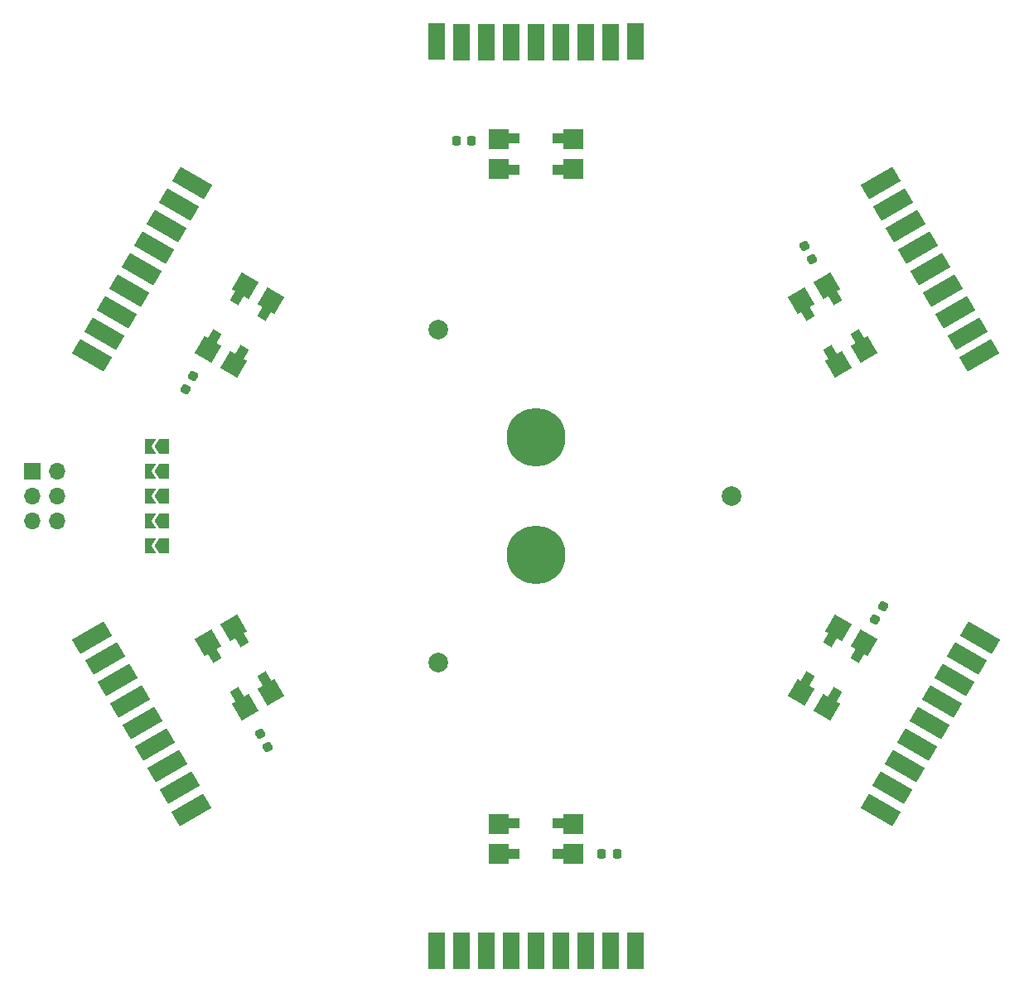
<source format=gbr>
%TF.GenerationSoftware,KiCad,Pcbnew,(6.0.2)*%
%TF.CreationDate,2022-06-07T19:59:40+02:00*%
%TF.ProjectId,cup_sense,6375705f-7365-46e7-9365-2e6b69636164,rev?*%
%TF.SameCoordinates,Original*%
%TF.FileFunction,Soldermask,Top*%
%TF.FilePolarity,Negative*%
%FSLAX46Y46*%
G04 Gerber Fmt 4.6, Leading zero omitted, Abs format (unit mm)*
G04 Created by KiCad (PCBNEW (6.0.2)) date 2022-06-07 19:59:40*
%MOMM*%
%LPD*%
G01*
G04 APERTURE LIST*
G04 Aperture macros list*
%AMRoundRect*
0 Rectangle with rounded corners*
0 $1 Rounding radius*
0 $2 $3 $4 $5 $6 $7 $8 $9 X,Y pos of 4 corners*
0 Add a 4 corners polygon primitive as box body*
4,1,4,$2,$3,$4,$5,$6,$7,$8,$9,$2,$3,0*
0 Add four circle primitives for the rounded corners*
1,1,$1+$1,$2,$3*
1,1,$1+$1,$4,$5*
1,1,$1+$1,$6,$7*
1,1,$1+$1,$8,$9*
0 Add four rect primitives between the rounded corners*
20,1,$1+$1,$2,$3,$4,$5,0*
20,1,$1+$1,$4,$5,$6,$7,0*
20,1,$1+$1,$6,$7,$8,$9,0*
20,1,$1+$1,$8,$9,$2,$3,0*%
%AMRotRect*
0 Rectangle, with rotation*
0 The origin of the aperture is its center*
0 $1 length*
0 $2 width*
0 $3 Rotation angle, in degrees counterclockwise*
0 Add horizontal line*
21,1,$1,$2,0,0,$3*%
%AMFreePoly0*
4,1,6,1.000000,0.000000,0.500000,-0.750000,-0.500000,-0.750000,-0.500000,0.750000,0.500000,0.750000,1.000000,0.000000,1.000000,0.000000,$1*%
%AMFreePoly1*
4,1,6,0.500000,-0.750000,-0.650000,-0.750000,-0.150000,0.000000,-0.650000,0.750000,0.500000,0.750000,0.500000,-0.750000,0.500000,-0.750000,$1*%
G04 Aperture macros list end*
%ADD10RoundRect,0.225000X-0.329006X0.069856X-0.104006X-0.319856X0.329006X-0.069856X0.104006X0.319856X0*%
%ADD11RotRect,3.750000X1.700000X210.000000*%
%ADD12R,1.700000X3.750000*%
%ADD13R,1.500000X1.000000*%
%ADD14R,2.000000X2.000000*%
%ADD15RoundRect,0.225000X0.104006X-0.319856X0.329006X0.069856X-0.104006X0.319856X-0.329006X-0.069856X0*%
%ADD16RoundRect,0.225000X-0.104006X0.319856X-0.329006X-0.069856X0.104006X-0.319856X0.329006X0.069856X0*%
%ADD17C,6.000000*%
%ADD18RotRect,3.750000X1.700000X330.000000*%
%ADD19RotRect,2.000000X2.000000X60.000000*%
%ADD20RotRect,1.500000X1.000000X60.000000*%
%ADD21FreePoly0,180.000000*%
%ADD22FreePoly1,180.000000*%
%ADD23RoundRect,0.225000X0.225000X0.250000X-0.225000X0.250000X-0.225000X-0.250000X0.225000X-0.250000X0*%
%ADD24RotRect,2.000000X2.000000X120.000000*%
%ADD25RotRect,1.500000X1.000000X120.000000*%
%ADD26RotRect,1.500000X1.000000X300.000000*%
%ADD27RotRect,2.000000X2.000000X300.000000*%
%ADD28C,2.000000*%
%ADD29R,1.700000X1.700000*%
%ADD30O,1.700000X1.700000*%
%ADD31RoundRect,0.225000X-0.225000X-0.250000X0.225000X-0.250000X0.225000X0.250000X-0.225000X0.250000X0*%
%ADD32RoundRect,0.225000X0.329006X-0.069856X0.104006X0.319856X-0.329006X0.069856X-0.104006X-0.319856X0*%
%ADD33RotRect,2.000000X2.000000X240.000000*%
%ADD34RotRect,1.500000X1.000000X240.000000*%
G04 APERTURE END LIST*
D10*
%TO.C,C4*%
X27418999Y25599340D03*
X28193999Y24257000D03*
%TD*%
D11*
%TO.C,J4*%
X45301684Y14423182D03*
X44073253Y16646886D03*
X42803253Y18846591D03*
X41533253Y21046295D03*
X40263253Y23246000D03*
X38993253Y25445705D03*
X37723253Y27645409D03*
X36453253Y29845114D03*
X35183253Y32044818D03*
%TD*%
D12*
%TO.C,J1*%
X-10160000Y46492000D03*
X-7620000Y46444000D03*
X-5080000Y46444000D03*
X-2540000Y46444000D03*
X0Y46444000D03*
X2540000Y46444000D03*
X5080000Y46444000D03*
X7620000Y46444000D03*
X10160000Y46492000D03*
%TD*%
D13*
%TO.C,D2*%
X2450000Y-36600000D03*
D14*
X3810000Y-36524000D03*
D13*
X2450000Y-33400000D03*
D14*
X3810000Y-33476000D03*
D13*
X-2450000Y-33400000D03*
D14*
X-3810000Y-33476000D03*
D13*
X-2450000Y-36600000D03*
D14*
X-3810000Y-36524000D03*
%TD*%
D11*
%TO.C,J6*%
X-35183253Y-32044818D03*
X-36411684Y-29821114D03*
X-37681684Y-27621409D03*
X-38951684Y-25421705D03*
X-40221684Y-23222000D03*
X-41491684Y-21022295D03*
X-42761684Y-18822591D03*
X-44031684Y-16622886D03*
X-45343253Y-14447182D03*
%TD*%
D15*
%TO.C,C7*%
X-35820500Y10976660D03*
X-35045500Y12319000D03*
%TD*%
D16*
%TO.C,C8*%
X35439499Y-11266830D03*
X34664499Y-12609170D03*
%TD*%
D17*
%TO.C,D4*%
X0Y6000000D03*
%TD*%
D18*
%TO.C,J5*%
X-35141684Y32020818D03*
X-36453253Y29845114D03*
X-37723253Y27645409D03*
X-38993253Y25445705D03*
X-40263253Y23246000D03*
X-41533253Y21046295D03*
X-42803253Y18846591D03*
X-44073253Y16646886D03*
X-45343253Y14447182D03*
%TD*%
D19*
%TO.C,D7*%
X-33535712Y14962443D03*
D20*
X-32921530Y16178238D03*
D19*
X-30896066Y13438443D03*
D20*
X-30150248Y14578238D03*
D19*
X-27086066Y20037557D03*
D20*
X-27700248Y18821762D03*
D19*
X-29725712Y21561557D03*
D20*
X-30471530Y20421762D03*
%TD*%
D21*
%TO.C,JP3*%
X-38010000Y0D03*
D22*
X-39460000Y0D03*
%TD*%
D23*
%TO.C,C3*%
X8268000Y-36576000D03*
X6718000Y-36576000D03*
%TD*%
D12*
%TO.C,J3*%
X-10160000Y-46444000D03*
X-7620000Y-46492000D03*
X-5080000Y-46492000D03*
X-2540000Y-46492000D03*
X0Y-46492000D03*
X2540000Y-46492000D03*
X5080000Y-46492000D03*
X7620000Y-46492000D03*
X10160000Y-46492000D03*
%TD*%
D13*
%TO.C,D6*%
X-2450000Y36600000D03*
D14*
X-3810000Y36524000D03*
D13*
X-2450000Y33400000D03*
D14*
X-3810000Y33476000D03*
D13*
X2450000Y33400000D03*
D14*
X3810000Y33476000D03*
X3810000Y36524000D03*
D13*
X2450000Y36600000D03*
%TD*%
D24*
%TO.C,D1*%
X-29725712Y-21561557D03*
D25*
X-30471530Y-20421762D03*
D24*
X-27086066Y-20037557D03*
D25*
X-27700248Y-18821762D03*
D24*
X-30896066Y-13438443D03*
D25*
X-30150248Y-14578238D03*
X-32921530Y-16178238D03*
D24*
X-33535712Y-14962443D03*
%TD*%
D21*
%TO.C,JP4*%
X-38010000Y2540000D03*
D22*
X-39460000Y2540000D03*
%TD*%
D26*
%TO.C,D5*%
X30471530Y20421762D03*
D27*
X29725712Y21561557D03*
X27086066Y20037557D03*
D26*
X27700248Y18821762D03*
X30150248Y14578238D03*
D27*
X30896066Y13438443D03*
X33535712Y14962443D03*
D26*
X32921530Y16178238D03*
%TD*%
D21*
%TO.C,JP5*%
X-38010000Y5080000D03*
D22*
X-39460000Y5080000D03*
%TD*%
D21*
%TO.C,JP2*%
X-38010000Y-2540000D03*
D22*
X-39460000Y-2540000D03*
%TD*%
D21*
%TO.C,JP1*%
X-38010000Y-5080000D03*
D22*
X-39460000Y-5080000D03*
%TD*%
D28*
%TO.C,T1*%
X-10000000Y-17000000D03*
X20000000Y0D03*
X-10000000Y17000000D03*
%TD*%
D29*
%TO.C,J7*%
X-51435000Y2560000D03*
D30*
X-48895000Y2560000D03*
X-51435000Y20000D03*
X-48895000Y20000D03*
X-51435000Y-2520000D03*
X-48895000Y-2520000D03*
%TD*%
D17*
%TO.C,Q1*%
X0Y-6000000D03*
%TD*%
D31*
%TO.C,C5*%
X-8153999Y36322000D03*
X-6603999Y36322000D03*
%TD*%
D18*
%TO.C,J2*%
X45343253Y-14447182D03*
X44031684Y-16622886D03*
X42761684Y-18822591D03*
X41491684Y-21022295D03*
X40221684Y-23222000D03*
X38951684Y-25421705D03*
X37681684Y-27621409D03*
X36411684Y-29821114D03*
X35183253Y-32044818D03*
%TD*%
D32*
%TO.C,C6*%
X-27418999Y-25599340D03*
X-28193999Y-24257000D03*
%TD*%
D33*
%TO.C,D3*%
X33535712Y-14962443D03*
D34*
X32921530Y-16178238D03*
X30150248Y-14578238D03*
D33*
X30896066Y-13438443D03*
D34*
X27700248Y-18821762D03*
D33*
X27086066Y-20037557D03*
X29725712Y-21561557D03*
D34*
X30471530Y-20421762D03*
%TD*%
M02*

</source>
